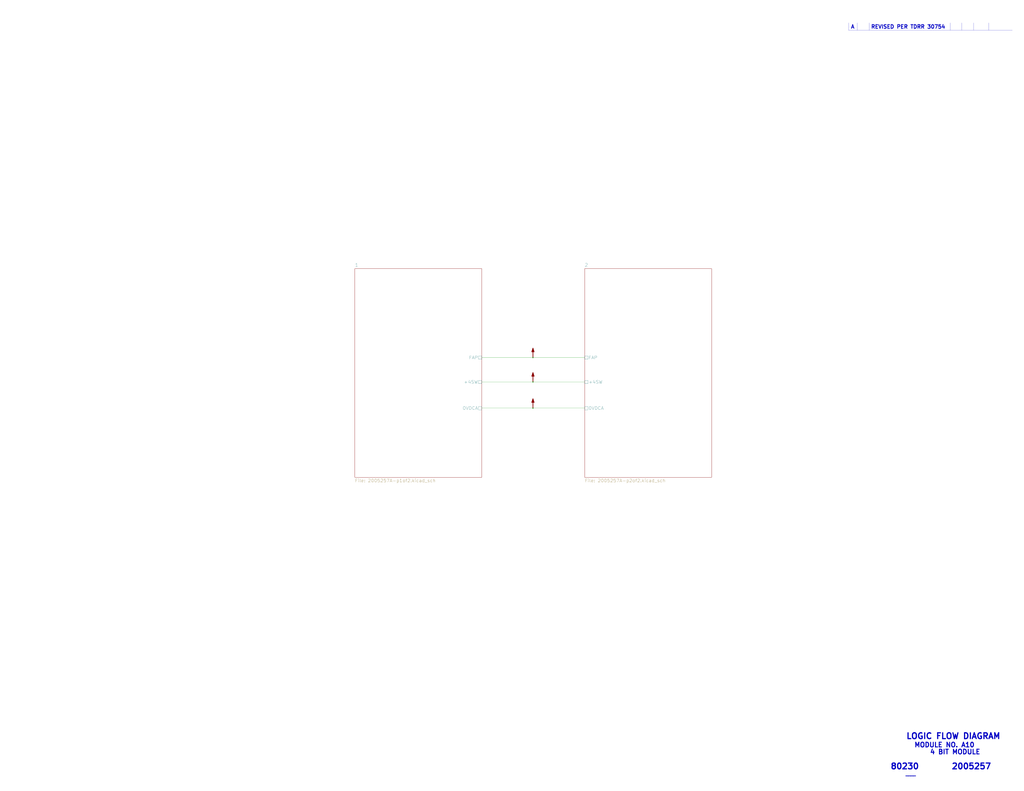
<source format=kicad_sch>
(kicad_sch (version 20211123) (generator eeschema)
  (paper "E")
  (lib_symbols
    (symbol "AGC_DSKY:PWR_FLAG" (power) (pin_numbers hide) (pin_names (offset 0) hide)
      (symbol "PWR_FLAG_0_0"
        (pin power_out line (at 0 0 90) (length 0) (name "pwr") (number "1"))
      )
      (symbol "PWR_FLAG_0_1"
        (polyline (pts (xy 0 0) (xy 0 10.16)) (stroke (width 0.762)))
        (polyline (pts (xy 0 10.16) (xy -1.27 6.35) (xy 1.27 6.35) (xy 0 10.16)) (stroke (width 0.762)) (fill (type outline)))
      )
    )
  )
  (junction (at 581.66 445.77))
  (junction (at 581.66 417.195))
  (junction (at 581.66 390.525))
  (polyline (pts (xy 1078.992 24.9682) (xy 1078.992 33.02)) (stroke (width 0.1524) (type solid)))
  (polyline (pts (xy 1062.5074 24.9682) (xy 1062.5074 33.02)) (stroke (width 0.1524) (type solid)))
  (wire (pts (xy 581.66 445.77) (xy 638.175 445.77)))
  (polyline (pts (xy 935.7106 24.9682) (xy 935.7106 33.02)) (stroke (width 0.1524) (type solid)))
  (polyline (pts (xy 1037.1074 24.9682) (xy 1037.1074 33.02)) (stroke (width 0.1524) (type solid)))
  (polyline (pts (xy 926.1094 24.9682) (xy 926.1094 33.02)) (stroke (width 0.1524) (type solid)))
  (wire (pts (xy 581.66 417.195) (xy 638.175 417.195)))
  (wire (pts (xy 525.78 445.77) (xy 581.66 445.77)))
  (wire (pts (xy 525.78 390.525) (xy 581.66 390.525)))
  (polyline (pts (xy 948.69 24.9428) (xy 948.69 32.9946)) (stroke (width 0.1524) (type solid)))
  (polyline (pts (xy 926.1094 33.02) (xy 1104.9 33.02)) (stroke (width 0.1524) (type solid)))
  (polyline (pts (xy 1049.8074 24.9682) (xy 1049.8074 33.02)) (stroke (width 0.1524) (type solid)))
  (wire (pts (xy 581.66 390.525) (xy 638.175 390.525)))
  (wire (pts (xy 525.78 417.195) (xy 581.66 417.195)))
  (text "2005257" (at 1038.225 840.74 0) (effects (font (size 6.35 6.35) (thickness 1.27) bold) (justify left bottom)))
  (text "MODULE NO. A10" (at 997.585 816.61 0) (effects (font (size 5.08 5.08) (thickness 1.016) bold) (justify left bottom)))
  (text "80230" (at 971.55 840.74 0) (effects (font (size 6.35 6.35) (thickness 1.27) bold) (justify left bottom)))
  (text "A      REVISED PER TDRR 30754" (at 928.37 31.75 0) (effects (font (size 4.064 4.064) (thickness 0.8128) bold) (justify left bottom)))
  (text "4 BIT MODULE" (at 1014.73 824.23 0) (effects (font (size 5.08 5.08) (thickness 1.016) bold) (justify left bottom)))
  (text "____" (at 988.06 847.725 0) (effects (font (size 3.556 3.556) (thickness 0.7112) bold) (justify left bottom)))
  (text "LOGIC FLOW DIAGRAM" (at 988.695 807.72 0) (effects (font (size 6.35 6.35) (thickness 1.27) bold) (justify left bottom)))
  (symbol (lib_id "AGC_DSKY:PWR_FLAG") (at 581.66 445.77 0) (unit 1)
    (property "Reference" "#FLG0103" (effects hide))
    (property "Value" "PWR_FLAG" (effects hide))
  )
  (symbol (lib_id "AGC_DSKY:PWR_FLAG") (at 581.66 417.195 0) (unit 1)
    (property "Reference" "#FLG0102" (effects hide))
    (property "Value" "PWR_FLAG" (effects hide))
  )
  (symbol (lib_id "AGC_DSKY:PWR_FLAG") (at 581.66 390.525 0) (unit 1)
    (property "Reference" "#FLG0101" (effects hide))
    (property "Value" "PWR_FLAG" (effects hide))
  )
  (sheet (at 387.35 293.37) (size 138.43 227.965)
    (property "Sheet name" "1" (at 387.35 291.5154 0) (effects (font (size 3.556 3.556)) (justify left bottom)))
    (property "Sheet file" "2005257A-p1of2.kicad_sch" (at 387.35 522.834 0) (effects (font (size 3.556 3.556)) (justify left top)))
    (pin "0VDCA" passive (at 525.78 445.77 0) (effects (font (size 3.556 3.556))))
    (pin "+4SW" passive (at 525.78 417.195 0) (effects (font (size 3.556 3.556))))
    (pin "FAP" passive (at 525.78 390.525 0) (effects (font (size 3.556 3.556))))
  )
  (sheet (at 638.175 293.37) (size 138.43 227.965)
    (property "Sheet name" "2" (at 638.175 291.5154 0) (effects (font (size 3.556 3.556)) (justify left bottom)))
    (property "Sheet file" "2005257A-p2of2.kicad_sch" (at 638.175 522.834 0) (effects (font (size 3.556 3.556)) (justify left top)))
    (pin "0VDCA" passive (at 638.175 445.77 180) (effects (font (size 3.556 3.556))))
    (pin "+4SW" passive (at 638.175 417.195 180) (effects (font (size 3.556 3.556))))
    (pin "FAP" passive (at 638.175 390.525 180) (effects (font (size 3.556 3.556))))
  )
)
</source>
